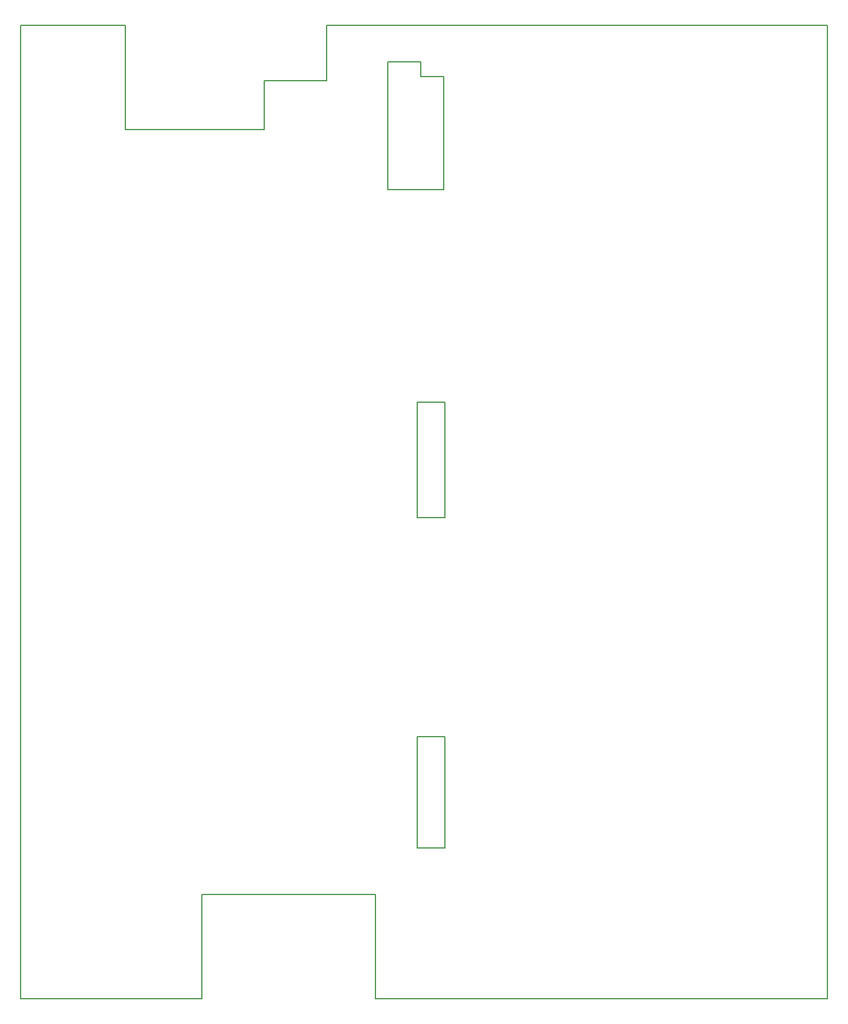
<source format=gm1>
G04*
G04 #@! TF.GenerationSoftware,Altium Limited,Altium Designer,21.4.1 (30)*
G04*
G04 Layer_Color=16711935*
%FSLAX44Y44*%
%MOMM*%
G71*
G04*
G04 #@! TF.SameCoordinates,34008E12-B950-4015-972C-27682CB53F9E*
G04*
G04*
G04 #@! TF.FilePolarity,Positive*
G04*
G01*
G75*
%ADD10C,0.2000*%
D10*
X528320Y1163320D02*
Y1347470D01*
X575357Y1326542D02*
X608320D01*
X575310Y1326589D02*
Y1347470D01*
X528320D02*
X575310D01*
X150000Y1250000D02*
Y1400000D01*
X260000Y0D02*
Y150000D01*
X510000D01*
Y0D02*
Y150000D01*
Y-0D02*
X1160000Y0D01*
X440000Y1400000D02*
X1160000D01*
X350000Y1250000D02*
Y1320000D01*
X440000D01*
Y1400000D01*
X150000Y1250000D02*
X350000Y1250000D01*
X570160Y857758D02*
X610160D01*
X570160Y692150D02*
X610160D01*
Y857758D01*
X570160Y692150D02*
Y857758D01*
Y216776D02*
Y377190D01*
X610160Y216776D02*
Y377190D01*
X570160Y216776D02*
X610160D01*
X570160Y377190D02*
X610160D01*
X608320Y1163320D02*
Y1326542D01*
X528320Y1163320D02*
X608320D01*
X0Y0D02*
X260000D01*
X0Y1400000D02*
X150000D01*
X1160000Y0D02*
Y1400000D01*
X0Y0D02*
Y1400000D01*
M02*

</source>
